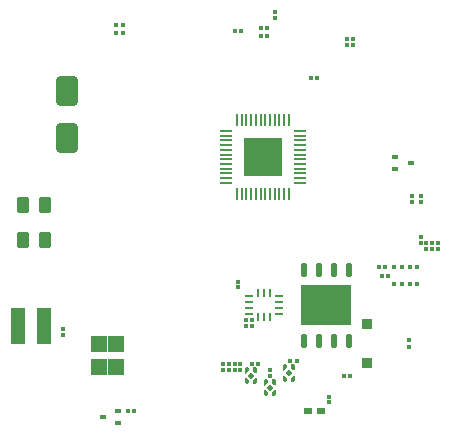
<source format=gbr>
%TF.GenerationSoftware,KiCad,Pcbnew,9.0.6*%
%TF.CreationDate,2025-12-27T02:42:01+01:00*%
%TF.ProjectId,hardware,68617264-7761-4726-952e-6b696361645f,rev?*%
%TF.SameCoordinates,Original*%
%TF.FileFunction,Paste,Bot*%
%TF.FilePolarity,Positive*%
%FSLAX46Y46*%
G04 Gerber Fmt 4.6, Leading zero omitted, Abs format (unit mm)*
G04 Created by KiCad (PCBNEW 9.0.6) date 2025-12-27 02:42:01*
%MOMM*%
%LPD*%
G01*
G04 APERTURE LIST*
G04 Aperture macros list*
%AMRoundRect*
0 Rectangle with rounded corners*
0 $1 Rounding radius*
0 $2 $3 $4 $5 $6 $7 $8 $9 X,Y pos of 4 corners*
0 Add a 4 corners polygon primitive as box body*
4,1,4,$2,$3,$4,$5,$6,$7,$8,$9,$2,$3,0*
0 Add four circle primitives for the rounded corners*
1,1,$1+$1,$2,$3*
1,1,$1+$1,$4,$5*
1,1,$1+$1,$6,$7*
1,1,$1+$1,$8,$9*
0 Add four rect primitives between the rounded corners*
20,1,$1+$1,$2,$3,$4,$5,0*
20,1,$1+$1,$4,$5,$6,$7,0*
20,1,$1+$1,$6,$7,$8,$9,0*
20,1,$1+$1,$8,$9,$2,$3,0*%
%AMRotRect*
0 Rectangle, with rotation*
0 The origin of the aperture is its center*
0 $1 length*
0 $2 width*
0 $3 Rotation angle, in degrees counterclockwise*
0 Add horizontal line*
21,1,$1,$2,0,0,$3*%
%AMFreePoly0*
4,1,13,0.135355,0.205355,0.150000,0.170000,0.150000,-0.080000,0.135355,-0.115355,-0.064645,-0.315355,-0.100000,-0.330000,-0.135355,-0.315355,-0.150000,-0.280000,-0.150000,0.170000,-0.135355,0.205355,-0.100000,0.220000,0.100000,0.220000,0.135355,0.205355,0.135355,0.205355,$1*%
%AMFreePoly1*
4,1,14,0.125355,0.205355,0.140000,0.170000,0.140000,-0.230000,0.125355,-0.265355,0.090000,-0.280000,0.040000,-0.280000,0.004645,-0.265355,-0.145355,-0.115355,-0.160000,-0.080000,-0.160000,0.170000,-0.145355,0.205355,-0.110000,0.220000,0.090000,0.220000,0.125355,0.205355,0.125355,0.205355,$1*%
%AMFreePoly2*
4,1,14,0.125355,0.255355,0.140000,0.220000,0.140000,-0.180000,0.125355,-0.215355,0.090000,-0.230000,-0.110000,-0.230000,-0.145355,-0.215355,-0.160000,-0.180000,-0.160000,0.070000,-0.145355,0.105355,0.004645,0.255355,0.040000,0.270000,0.090000,0.270000,0.125355,0.255355,0.125355,0.255355,$1*%
%AMFreePoly3*
4,1,14,-0.014645,0.265355,0.135355,0.115355,0.150000,0.080000,0.150000,-0.170000,0.135355,-0.205355,0.100000,-0.220000,-0.100000,-0.220000,-0.135355,-0.205355,-0.150000,-0.170000,-0.150000,0.230000,-0.135355,0.265355,-0.100000,0.280000,-0.050000,0.280000,-0.014645,0.265355,-0.014645,0.265355,$1*%
G04 Aperture macros list end*
%ADD10R,0.320000X0.370000*%
%ADD11R,0.300000X0.320000*%
%ADD12R,0.450000X0.450000*%
%ADD13R,0.370000X0.320000*%
%ADD14FreePoly0,0.000000*%
%ADD15FreePoly1,0.000000*%
%ADD16FreePoly2,0.000000*%
%ADD17FreePoly3,0.000000*%
%ADD18RotRect,0.450000X0.450000X315.000000*%
%ADD19O,0.580000X1.280000*%
%ADD20R,4.300000X3.400000*%
%ADD21R,0.840000X0.910000*%
%ADD22R,0.790000X0.540000*%
%ADD23RoundRect,0.250000X0.650000X-1.000000X0.650000X1.000000X-0.650000X1.000000X-0.650000X-1.000000X0*%
%ADD24R,0.320000X0.300000*%
%ADD25R,1.200000X3.100000*%
%ADD26R,1.350000X1.410000*%
%ADD27RoundRect,0.250000X0.262500X0.450000X-0.262500X0.450000X-0.262500X-0.450000X0.262500X-0.450000X0*%
%ADD28R,1.000000X0.200000*%
%ADD29R,0.200000X1.000000*%
%ADD30R,3.200000X3.200000*%
%ADD31R,0.680000X0.280000*%
%ADD32R,0.280000X0.680000*%
%ADD33R,0.510000X0.400000*%
G04 APERTURE END LIST*
D10*
%TO.C,C10*%
X155000000Y-117020000D03*
X155000000Y-116480000D03*
%TD*%
D11*
%TO.C,R15*%
X156750000Y-92500000D03*
X156270000Y-92500000D03*
%TD*%
D12*
%TO.C,U1*%
X169480000Y-112030000D03*
X168820000Y-112030000D03*
X168180000Y-112030000D03*
X167520000Y-112030000D03*
X167520000Y-113470000D03*
X168180000Y-113470000D03*
X168820000Y-113470000D03*
X169480000Y-113470000D03*
%TD*%
D11*
%TO.C,R19*%
X166260000Y-112000000D03*
X166740000Y-112000000D03*
%TD*%
D10*
%TO.C,C21*%
X157400000Y-90430000D03*
X157400000Y-90970000D03*
%TD*%
%TO.C,C127*%
X170750000Y-110520000D03*
X170750000Y-109980000D03*
%TD*%
%TO.C,C133*%
X154000000Y-120230000D03*
X154000000Y-120770000D03*
%TD*%
%TO.C,C4*%
X154500000Y-120230000D03*
X154500000Y-120770000D03*
%TD*%
D13*
%TO.C,C131*%
X156020000Y-120250000D03*
X155480000Y-120250000D03*
%TD*%
D14*
%TO.C,U53*%
X155090000Y-120750000D03*
D15*
X155750000Y-120750000D03*
D16*
X155750000Y-121700000D03*
D17*
X155090000Y-121710000D03*
D18*
X155420000Y-121230000D03*
%TD*%
D19*
%TO.C,U73*%
X163660000Y-118260000D03*
X162380000Y-118260000D03*
X161120000Y-118260000D03*
X159850000Y-118260000D03*
X159850000Y-112240000D03*
X161120000Y-112240000D03*
X162380000Y-112240000D03*
X163660000Y-112240000D03*
D20*
X161750000Y-115250000D03*
%TD*%
D10*
%TO.C,C124*%
X171250000Y-109980000D03*
X171250000Y-110520000D03*
%TD*%
%TO.C,C5*%
X155500000Y-117020000D03*
X155500000Y-116480000D03*
%TD*%
D21*
%TO.C,D2*%
X165250000Y-120160000D03*
X165250000Y-116840000D03*
%TD*%
D22*
%TO.C,C29*%
X160200000Y-124250000D03*
X161300000Y-124250000D03*
%TD*%
D10*
%TO.C,C14*%
X153000000Y-120770000D03*
X153000000Y-120230000D03*
%TD*%
D11*
%TO.C,R16*%
X156270000Y-91750000D03*
X156750000Y-91750000D03*
%TD*%
D14*
%TO.C,U3*%
X156670000Y-121770000D03*
D15*
X157330000Y-121770000D03*
D16*
X157330000Y-122720000D03*
D17*
X156670000Y-122730000D03*
D18*
X157000000Y-122250000D03*
%TD*%
D23*
%TO.C,D1*%
X139800000Y-101100000D03*
X139800000Y-97100000D03*
%TD*%
D24*
%TO.C,R26*%
X169750000Y-109510000D03*
X169750000Y-109990000D03*
%TD*%
D25*
%TO.C,L3*%
X137850000Y-117000000D03*
X135650000Y-117000000D03*
%TD*%
D13*
%TO.C,C15*%
X163480000Y-92750000D03*
X164020000Y-92750000D03*
%TD*%
D26*
%TO.C,C18*%
X142500000Y-118500000D03*
X142500000Y-120500000D03*
%TD*%
D13*
%TO.C,C126*%
X161020000Y-96000000D03*
X160480000Y-96000000D03*
%TD*%
D27*
%TO.C,R2*%
X137912500Y-106750000D03*
X136087500Y-106750000D03*
%TD*%
D13*
%TO.C,C3*%
X143980000Y-92250000D03*
X144520000Y-92250000D03*
%TD*%
D10*
%TO.C,C123*%
X169000000Y-106520000D03*
X169000000Y-105980000D03*
%TD*%
D13*
%TO.C,C27*%
X163230000Y-121250000D03*
X163770000Y-121250000D03*
%TD*%
D11*
%TO.C,R29*%
X145490000Y-124250000D03*
X145010000Y-124250000D03*
%TD*%
D10*
%TO.C,C129*%
X168750000Y-118770000D03*
X168750000Y-118230000D03*
%TD*%
%TO.C,C11*%
X157000000Y-120730000D03*
X157000000Y-121270000D03*
%TD*%
D13*
%TO.C,C125*%
X159270000Y-120000000D03*
X158730000Y-120000000D03*
%TD*%
D24*
%TO.C,R22*%
X162000000Y-123490000D03*
X162000000Y-123010000D03*
%TD*%
D28*
%TO.C,U8*%
X159500000Y-100500000D03*
X159500000Y-100900000D03*
X159500000Y-101300000D03*
X159500000Y-101700000D03*
X159500000Y-102100000D03*
X159500000Y-102500000D03*
X159500000Y-102900000D03*
X159500000Y-103300000D03*
X159500000Y-103700000D03*
X159500000Y-104100000D03*
X159500000Y-104500000D03*
X159500000Y-104900000D03*
D29*
X158600000Y-105800000D03*
X158200000Y-105800000D03*
X157800000Y-105800000D03*
X157400000Y-105800000D03*
X157000000Y-105800000D03*
X156600000Y-105800000D03*
X156200000Y-105800000D03*
X155800000Y-105800000D03*
X155400000Y-105800000D03*
X155000000Y-105800000D03*
X154600000Y-105800000D03*
X154200000Y-105800000D03*
D28*
X153300000Y-104900000D03*
X153300000Y-104500000D03*
X153300000Y-104100000D03*
X153300000Y-103700000D03*
X153300000Y-103300000D03*
X153300000Y-102900000D03*
X153300000Y-102500000D03*
X153300000Y-102100000D03*
X153300000Y-101700000D03*
X153300000Y-101300000D03*
X153300000Y-100900000D03*
X153300000Y-100500000D03*
D29*
X154200000Y-99600000D03*
X154600000Y-99600000D03*
X155000000Y-99600000D03*
X155400000Y-99600000D03*
X155800000Y-99600000D03*
X156200000Y-99600000D03*
X156600000Y-99600000D03*
X157000000Y-99600000D03*
X157400000Y-99600000D03*
X157800000Y-99600000D03*
X158200000Y-99600000D03*
X158600000Y-99600000D03*
D30*
X156400000Y-102700000D03*
%TD*%
D31*
%TO.C,U2*%
X157760000Y-114500000D03*
X157760000Y-115000000D03*
X157760000Y-115500000D03*
X157760000Y-116000000D03*
D32*
X157000000Y-116260000D03*
X156500000Y-116260000D03*
X156000000Y-116260000D03*
D31*
X155240000Y-116000000D03*
X155240000Y-115500000D03*
X155240000Y-115000000D03*
X155240000Y-114500000D03*
D32*
X156000000Y-114240000D03*
X156500000Y-114240000D03*
X157000000Y-114240000D03*
%TD*%
D27*
%TO.C,R1*%
X137912500Y-109750000D03*
X136087500Y-109750000D03*
%TD*%
D33*
%TO.C,Q2*%
X144150000Y-124250000D03*
X144150000Y-125250000D03*
X142850000Y-124750000D03*
%TD*%
D14*
%TO.C,U48*%
X158250000Y-120520000D03*
D15*
X158910000Y-120520000D03*
D16*
X158910000Y-121470000D03*
D17*
X158250000Y-121480000D03*
D18*
X158580000Y-121000000D03*
%TD*%
D26*
%TO.C,C17*%
X144000000Y-118500000D03*
X144000000Y-120500000D03*
%TD*%
D24*
%TO.C,R245*%
X139500000Y-117740000D03*
X139500000Y-117260000D03*
%TD*%
D10*
%TO.C,C130*%
X153500000Y-120770000D03*
X153500000Y-120230000D03*
%TD*%
D13*
%TO.C,C16*%
X164020000Y-93250000D03*
X163480000Y-93250000D03*
%TD*%
%TO.C,C6*%
X143980000Y-91500000D03*
X144520000Y-91500000D03*
%TD*%
%TO.C,C13*%
X154540000Y-92000000D03*
X154000000Y-92000000D03*
%TD*%
D24*
%TO.C,R23*%
X154250000Y-113740000D03*
X154250000Y-113260000D03*
%TD*%
D11*
%TO.C,R20*%
X166510000Y-112750000D03*
X166990000Y-112750000D03*
%TD*%
D10*
%TO.C,C8*%
X170250000Y-109980000D03*
X170250000Y-110520000D03*
%TD*%
%TO.C,C132*%
X169750000Y-106520000D03*
X169750000Y-105980000D03*
%TD*%
D33*
%TO.C,Q1*%
X167600000Y-103750000D03*
X167600000Y-102750000D03*
X168900000Y-103250000D03*
%TD*%
M02*

</source>
